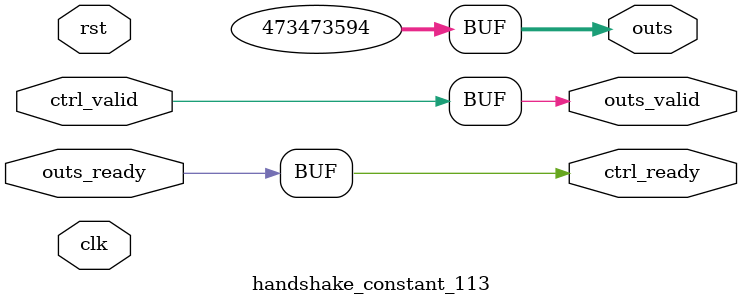
<source format=v>
`timescale 1ns / 1ps
module handshake_constant_113 #(
  parameter DATA_WIDTH = 32  // Default set to 32 bits
) (
  input                       clk,
  input                       rst,
  // Input Channel
  input                       ctrl_valid,
  output                      ctrl_ready,
  // Output Channel
  output [DATA_WIDTH - 1 : 0] outs,
  output                      outs_valid,
  input                       outs_ready
);
  assign outs       = 30'b011100001110001010001000111010;
  assign outs_valid = ctrl_valid;
  assign ctrl_ready = outs_ready;

endmodule

</source>
